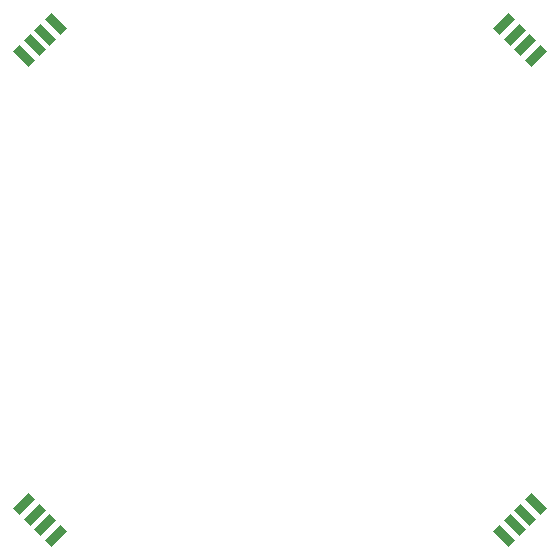
<source format=gbp>
G04 Layer_Color=128*
%FSAX25Y25*%
%MOIN*%
G70*
G01*
G75*
G04:AMPARAMS|DCode=70|XSize=31.5mil|YSize=70.87mil|CornerRadius=0mil|HoleSize=0mil|Usage=FLASHONLY|Rotation=135.000|XOffset=0mil|YOffset=0mil|HoleType=Round|Shape=Rectangle|*
%AMROTATEDRECTD70*
4,1,4,0.03619,0.01392,-0.01392,-0.03619,-0.03619,-0.01392,0.01392,0.03619,0.03619,0.01392,0.0*
%
%ADD70ROTATEDRECTD70*%

G04:AMPARAMS|DCode=71|XSize=31.5mil|YSize=70.87mil|CornerRadius=0mil|HoleSize=0mil|Usage=FLASHONLY|Rotation=225.000|XOffset=0mil|YOffset=0mil|HoleType=Round|Shape=Rectangle|*
%AMROTATEDRECTD71*
4,1,4,-0.01392,0.03619,0.03619,-0.01392,0.01392,-0.03619,-0.03619,0.01392,-0.01392,0.03619,0.0*
%
%ADD71ROTATEDRECTD71*%

D70*
X0310697Y0238803D02*
D03*
X0314232Y0235268D02*
D03*
X0317740Y0231760D02*
D03*
X0321303Y0228197D02*
D03*
X0481303Y0388197D02*
D03*
X0477768Y0391732D02*
D03*
X0474260Y0395240D02*
D03*
X0470697Y0398803D02*
D03*
D71*
Y0228197D02*
D03*
X0474232Y0231732D02*
D03*
X0477740Y0235240D02*
D03*
X0481303Y0238803D02*
D03*
X0321303Y0398803D02*
D03*
X0317768Y0395268D02*
D03*
X0314260Y0391760D02*
D03*
X0310697Y0388197D02*
D03*
M02*

</source>
